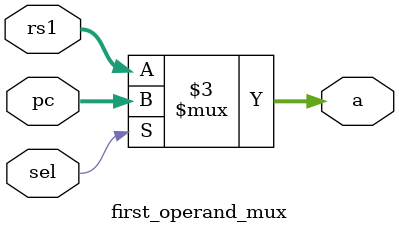
<source format=v>
`timescale 1ns / 1ps


module first_operand_mux (
    input  sel,            // Select signal (1-bit)
    input  [63:0] pc,      // Program Counter value
    input  [63:0] rs1,     // Rs1 value from register
    output reg [63:0] a    // Output: Selected operand
);

    always @(*) begin
        if (sel)
            a = pc;        // Select PC as the first operand
        else
            a = rs1;       // Select Rs1 as the first operand
    end

endmodule


</source>
